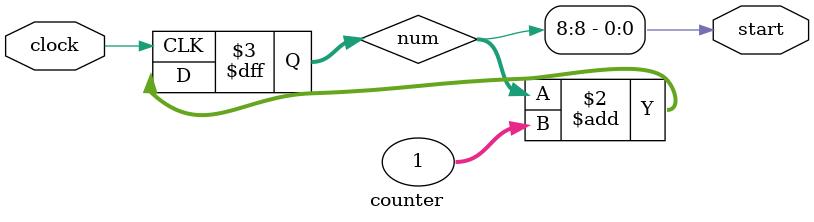
<source format=v>
module counter(
	input clock,
//	output wire [7:0] out,
	output wire start
	);

reg [32:0] num;

always @(posedge clock)
	begin
	num <= num + 1;
	end

//assign out = num [32:25];
assign start = num [8];
	
endmodule

</source>
